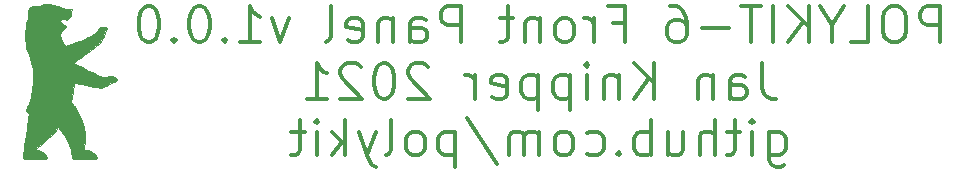
<source format=gbr>
%TF.GenerationSoftware,KiCad,Pcbnew,5.99.0+really5.1.10+dfsg1-1*%
%TF.CreationDate,2021-12-27T14:24:10+01:00*%
%TF.ProjectId,polykit-panel,706f6c79-6b69-4742-9d70-616e656c2e6b,v1.0.0*%
%TF.SameCoordinates,Original*%
%TF.FileFunction,Legend,Bot*%
%TF.FilePolarity,Positive*%
%FSLAX46Y46*%
G04 Gerber Fmt 4.6, Leading zero omitted, Abs format (unit mm)*
G04 Created by KiCad (PCBNEW 5.99.0+really5.1.10+dfsg1-1) date 2021-12-27 14:24:10*
%MOMM*%
%LPD*%
G01*
G04 APERTURE LIST*
%ADD10C,0.300000*%
%ADD11C,0.010000*%
G04 APERTURE END LIST*
D10*
X98857142Y-196557142D02*
X98857142Y-193557142D01*
X97714285Y-193557142D01*
X97428571Y-193700000D01*
X97285714Y-193842857D01*
X97142857Y-194128571D01*
X97142857Y-194557142D01*
X97285714Y-194842857D01*
X97428571Y-194985714D01*
X97714285Y-195128571D01*
X98857142Y-195128571D01*
X95285714Y-193557142D02*
X94714285Y-193557142D01*
X94428571Y-193700000D01*
X94142857Y-193985714D01*
X94000000Y-194557142D01*
X94000000Y-195557142D01*
X94142857Y-196128571D01*
X94428571Y-196414285D01*
X94714285Y-196557142D01*
X95285714Y-196557142D01*
X95571428Y-196414285D01*
X95857142Y-196128571D01*
X96000000Y-195557142D01*
X96000000Y-194557142D01*
X95857142Y-193985714D01*
X95571428Y-193700000D01*
X95285714Y-193557142D01*
X91285714Y-196557142D02*
X92714285Y-196557142D01*
X92714285Y-193557142D01*
X89714285Y-195128571D02*
X89714285Y-196557142D01*
X90714285Y-193557142D02*
X89714285Y-195128571D01*
X88714285Y-193557142D01*
X87714285Y-196557142D02*
X87714285Y-193557142D01*
X86000000Y-196557142D02*
X87285714Y-194842857D01*
X86000000Y-193557142D02*
X87714285Y-195271428D01*
X84714285Y-196557142D02*
X84714285Y-193557142D01*
X83714285Y-193557142D02*
X82000000Y-193557142D01*
X82857142Y-196557142D02*
X82857142Y-193557142D01*
X81000000Y-195414285D02*
X78714285Y-195414285D01*
X76000000Y-193557142D02*
X76571428Y-193557142D01*
X76857142Y-193700000D01*
X77000000Y-193842857D01*
X77285714Y-194271428D01*
X77428571Y-194842857D01*
X77428571Y-195985714D01*
X77285714Y-196271428D01*
X77142857Y-196414285D01*
X76857142Y-196557142D01*
X76285714Y-196557142D01*
X76000000Y-196414285D01*
X75857142Y-196271428D01*
X75714285Y-195985714D01*
X75714285Y-195271428D01*
X75857142Y-194985714D01*
X76000000Y-194842857D01*
X76285714Y-194700000D01*
X76857142Y-194700000D01*
X77142857Y-194842857D01*
X77285714Y-194985714D01*
X77428571Y-195271428D01*
X71142857Y-194985714D02*
X72142857Y-194985714D01*
X72142857Y-196557142D02*
X72142857Y-193557142D01*
X70714285Y-193557142D01*
X69571428Y-196557142D02*
X69571428Y-194557142D01*
X69571428Y-195128571D02*
X69428571Y-194842857D01*
X69285714Y-194700000D01*
X69000000Y-194557142D01*
X68714285Y-194557142D01*
X67285714Y-196557142D02*
X67571428Y-196414285D01*
X67714285Y-196271428D01*
X67857142Y-195985714D01*
X67857142Y-195128571D01*
X67714285Y-194842857D01*
X67571428Y-194700000D01*
X67285714Y-194557142D01*
X66857142Y-194557142D01*
X66571428Y-194700000D01*
X66428571Y-194842857D01*
X66285714Y-195128571D01*
X66285714Y-195985714D01*
X66428571Y-196271428D01*
X66571428Y-196414285D01*
X66857142Y-196557142D01*
X67285714Y-196557142D01*
X65000000Y-194557142D02*
X65000000Y-196557142D01*
X65000000Y-194842857D02*
X64857142Y-194700000D01*
X64571428Y-194557142D01*
X64142857Y-194557142D01*
X63857142Y-194700000D01*
X63714285Y-194985714D01*
X63714285Y-196557142D01*
X62714285Y-194557142D02*
X61571428Y-194557142D01*
X62285714Y-193557142D02*
X62285714Y-196128571D01*
X62142857Y-196414285D01*
X61857142Y-196557142D01*
X61571428Y-196557142D01*
X58285714Y-196557142D02*
X58285714Y-193557142D01*
X57142857Y-193557142D01*
X56857142Y-193700000D01*
X56714285Y-193842857D01*
X56571428Y-194128571D01*
X56571428Y-194557142D01*
X56714285Y-194842857D01*
X56857142Y-194985714D01*
X57142857Y-195128571D01*
X58285714Y-195128571D01*
X54000000Y-196557142D02*
X54000000Y-194985714D01*
X54142857Y-194700000D01*
X54428571Y-194557142D01*
X55000000Y-194557142D01*
X55285714Y-194700000D01*
X54000000Y-196414285D02*
X54285714Y-196557142D01*
X55000000Y-196557142D01*
X55285714Y-196414285D01*
X55428571Y-196128571D01*
X55428571Y-195842857D01*
X55285714Y-195557142D01*
X55000000Y-195414285D01*
X54285714Y-195414285D01*
X54000000Y-195271428D01*
X52571428Y-194557142D02*
X52571428Y-196557142D01*
X52571428Y-194842857D02*
X52428571Y-194700000D01*
X52142857Y-194557142D01*
X51714285Y-194557142D01*
X51428571Y-194700000D01*
X51285714Y-194985714D01*
X51285714Y-196557142D01*
X48714285Y-196414285D02*
X49000000Y-196557142D01*
X49571428Y-196557142D01*
X49857142Y-196414285D01*
X50000000Y-196128571D01*
X50000000Y-194985714D01*
X49857142Y-194700000D01*
X49571428Y-194557142D01*
X49000000Y-194557142D01*
X48714285Y-194700000D01*
X48571428Y-194985714D01*
X48571428Y-195271428D01*
X50000000Y-195557142D01*
X46857142Y-196557142D02*
X47142857Y-196414285D01*
X47285714Y-196128571D01*
X47285714Y-193557142D01*
X43714285Y-194557142D02*
X43000000Y-196557142D01*
X42285714Y-194557142D01*
X39571428Y-196557142D02*
X41285714Y-196557142D01*
X40428571Y-196557142D02*
X40428571Y-193557142D01*
X40714285Y-193985714D01*
X41000000Y-194271428D01*
X41285714Y-194414285D01*
X38285714Y-196271428D02*
X38142857Y-196414285D01*
X38285714Y-196557142D01*
X38428571Y-196414285D01*
X38285714Y-196271428D01*
X38285714Y-196557142D01*
X36285714Y-193557142D02*
X36000000Y-193557142D01*
X35714285Y-193700000D01*
X35571428Y-193842857D01*
X35428571Y-194128571D01*
X35285714Y-194700000D01*
X35285714Y-195414285D01*
X35428571Y-195985714D01*
X35571428Y-196271428D01*
X35714285Y-196414285D01*
X36000000Y-196557142D01*
X36285714Y-196557142D01*
X36571428Y-196414285D01*
X36714285Y-196271428D01*
X36857142Y-195985714D01*
X37000000Y-195414285D01*
X37000000Y-194700000D01*
X36857142Y-194128571D01*
X36714285Y-193842857D01*
X36571428Y-193700000D01*
X36285714Y-193557142D01*
X34000000Y-196271428D02*
X33857142Y-196414285D01*
X34000000Y-196557142D01*
X34142857Y-196414285D01*
X34000000Y-196271428D01*
X34000000Y-196557142D01*
X32000000Y-193557142D02*
X31714285Y-193557142D01*
X31428571Y-193700000D01*
X31285714Y-193842857D01*
X31142857Y-194128571D01*
X31000000Y-194700000D01*
X31000000Y-195414285D01*
X31142857Y-195985714D01*
X31285714Y-196271428D01*
X31428571Y-196414285D01*
X31714285Y-196557142D01*
X32000000Y-196557142D01*
X32285714Y-196414285D01*
X32428571Y-196271428D01*
X32571428Y-195985714D01*
X32714285Y-195414285D01*
X32714285Y-194700000D01*
X32571428Y-194128571D01*
X32428571Y-193842857D01*
X32285714Y-193700000D01*
X32000000Y-193557142D01*
X83785714Y-198357142D02*
X83785714Y-200500000D01*
X83928571Y-200928571D01*
X84214285Y-201214285D01*
X84642857Y-201357142D01*
X84928571Y-201357142D01*
X81071428Y-201357142D02*
X81071428Y-199785714D01*
X81214285Y-199500000D01*
X81500000Y-199357142D01*
X82071428Y-199357142D01*
X82357142Y-199500000D01*
X81071428Y-201214285D02*
X81357142Y-201357142D01*
X82071428Y-201357142D01*
X82357142Y-201214285D01*
X82500000Y-200928571D01*
X82500000Y-200642857D01*
X82357142Y-200357142D01*
X82071428Y-200214285D01*
X81357142Y-200214285D01*
X81071428Y-200071428D01*
X79642857Y-199357142D02*
X79642857Y-201357142D01*
X79642857Y-199642857D02*
X79500000Y-199500000D01*
X79214285Y-199357142D01*
X78785714Y-199357142D01*
X78500000Y-199500000D01*
X78357142Y-199785714D01*
X78357142Y-201357142D01*
X74642857Y-201357142D02*
X74642857Y-198357142D01*
X72928571Y-201357142D02*
X74214285Y-199642857D01*
X72928571Y-198357142D02*
X74642857Y-200071428D01*
X71642857Y-199357142D02*
X71642857Y-201357142D01*
X71642857Y-199642857D02*
X71500000Y-199500000D01*
X71214285Y-199357142D01*
X70785714Y-199357142D01*
X70500000Y-199500000D01*
X70357142Y-199785714D01*
X70357142Y-201357142D01*
X68928571Y-201357142D02*
X68928571Y-199357142D01*
X68928571Y-198357142D02*
X69071428Y-198500000D01*
X68928571Y-198642857D01*
X68785714Y-198500000D01*
X68928571Y-198357142D01*
X68928571Y-198642857D01*
X67500000Y-199357142D02*
X67500000Y-202357142D01*
X67500000Y-199500000D02*
X67214285Y-199357142D01*
X66642857Y-199357142D01*
X66357142Y-199500000D01*
X66214285Y-199642857D01*
X66071428Y-199928571D01*
X66071428Y-200785714D01*
X66214285Y-201071428D01*
X66357142Y-201214285D01*
X66642857Y-201357142D01*
X67214285Y-201357142D01*
X67500000Y-201214285D01*
X64785714Y-199357142D02*
X64785714Y-202357142D01*
X64785714Y-199500000D02*
X64500000Y-199357142D01*
X63928571Y-199357142D01*
X63642857Y-199500000D01*
X63500000Y-199642857D01*
X63357142Y-199928571D01*
X63357142Y-200785714D01*
X63500000Y-201071428D01*
X63642857Y-201214285D01*
X63928571Y-201357142D01*
X64500000Y-201357142D01*
X64785714Y-201214285D01*
X60928571Y-201214285D02*
X61214285Y-201357142D01*
X61785714Y-201357142D01*
X62071428Y-201214285D01*
X62214285Y-200928571D01*
X62214285Y-199785714D01*
X62071428Y-199500000D01*
X61785714Y-199357142D01*
X61214285Y-199357142D01*
X60928571Y-199500000D01*
X60785714Y-199785714D01*
X60785714Y-200071428D01*
X62214285Y-200357142D01*
X59500000Y-201357142D02*
X59500000Y-199357142D01*
X59500000Y-199928571D02*
X59357142Y-199642857D01*
X59214285Y-199500000D01*
X58928571Y-199357142D01*
X58642857Y-199357142D01*
X55500000Y-198642857D02*
X55357142Y-198500000D01*
X55071428Y-198357142D01*
X54357142Y-198357142D01*
X54071428Y-198500000D01*
X53928571Y-198642857D01*
X53785714Y-198928571D01*
X53785714Y-199214285D01*
X53928571Y-199642857D01*
X55642857Y-201357142D01*
X53785714Y-201357142D01*
X51928571Y-198357142D02*
X51642857Y-198357142D01*
X51357142Y-198500000D01*
X51214285Y-198642857D01*
X51071428Y-198928571D01*
X50928571Y-199500000D01*
X50928571Y-200214285D01*
X51071428Y-200785714D01*
X51214285Y-201071428D01*
X51357142Y-201214285D01*
X51642857Y-201357142D01*
X51928571Y-201357142D01*
X52214285Y-201214285D01*
X52357142Y-201071428D01*
X52500000Y-200785714D01*
X52642857Y-200214285D01*
X52642857Y-199500000D01*
X52500000Y-198928571D01*
X52357142Y-198642857D01*
X52214285Y-198500000D01*
X51928571Y-198357142D01*
X49785714Y-198642857D02*
X49642857Y-198500000D01*
X49357142Y-198357142D01*
X48642857Y-198357142D01*
X48357142Y-198500000D01*
X48214285Y-198642857D01*
X48071428Y-198928571D01*
X48071428Y-199214285D01*
X48214285Y-199642857D01*
X49928571Y-201357142D01*
X48071428Y-201357142D01*
X45214285Y-201357142D02*
X46928571Y-201357142D01*
X46071428Y-201357142D02*
X46071428Y-198357142D01*
X46357142Y-198785714D01*
X46642857Y-199071428D01*
X46928571Y-199214285D01*
X84357142Y-204157142D02*
X84357142Y-206585714D01*
X84500000Y-206871428D01*
X84642857Y-207014285D01*
X84928571Y-207157142D01*
X85357142Y-207157142D01*
X85642857Y-207014285D01*
X84357142Y-206014285D02*
X84642857Y-206157142D01*
X85214285Y-206157142D01*
X85500000Y-206014285D01*
X85642857Y-205871428D01*
X85785714Y-205585714D01*
X85785714Y-204728571D01*
X85642857Y-204442857D01*
X85500000Y-204300000D01*
X85214285Y-204157142D01*
X84642857Y-204157142D01*
X84357142Y-204300000D01*
X82928571Y-206157142D02*
X82928571Y-204157142D01*
X82928571Y-203157142D02*
X83071428Y-203300000D01*
X82928571Y-203442857D01*
X82785714Y-203300000D01*
X82928571Y-203157142D01*
X82928571Y-203442857D01*
X81928571Y-204157142D02*
X80785714Y-204157142D01*
X81500000Y-203157142D02*
X81500000Y-205728571D01*
X81357142Y-206014285D01*
X81071428Y-206157142D01*
X80785714Y-206157142D01*
X79785714Y-206157142D02*
X79785714Y-203157142D01*
X78500000Y-206157142D02*
X78500000Y-204585714D01*
X78642857Y-204300000D01*
X78928571Y-204157142D01*
X79357142Y-204157142D01*
X79642857Y-204300000D01*
X79785714Y-204442857D01*
X75785714Y-204157142D02*
X75785714Y-206157142D01*
X77071428Y-204157142D02*
X77071428Y-205728571D01*
X76928571Y-206014285D01*
X76642857Y-206157142D01*
X76214285Y-206157142D01*
X75928571Y-206014285D01*
X75785714Y-205871428D01*
X74357142Y-206157142D02*
X74357142Y-203157142D01*
X74357142Y-204300000D02*
X74071428Y-204157142D01*
X73500000Y-204157142D01*
X73214285Y-204300000D01*
X73071428Y-204442857D01*
X72928571Y-204728571D01*
X72928571Y-205585714D01*
X73071428Y-205871428D01*
X73214285Y-206014285D01*
X73500000Y-206157142D01*
X74071428Y-206157142D01*
X74357142Y-206014285D01*
X71642857Y-205871428D02*
X71500000Y-206014285D01*
X71642857Y-206157142D01*
X71785714Y-206014285D01*
X71642857Y-205871428D01*
X71642857Y-206157142D01*
X68928571Y-206014285D02*
X69214285Y-206157142D01*
X69785714Y-206157142D01*
X70071428Y-206014285D01*
X70214285Y-205871428D01*
X70357142Y-205585714D01*
X70357142Y-204728571D01*
X70214285Y-204442857D01*
X70071428Y-204300000D01*
X69785714Y-204157142D01*
X69214285Y-204157142D01*
X68928571Y-204300000D01*
X67214285Y-206157142D02*
X67500000Y-206014285D01*
X67642857Y-205871428D01*
X67785714Y-205585714D01*
X67785714Y-204728571D01*
X67642857Y-204442857D01*
X67500000Y-204300000D01*
X67214285Y-204157142D01*
X66785714Y-204157142D01*
X66500000Y-204300000D01*
X66357142Y-204442857D01*
X66214285Y-204728571D01*
X66214285Y-205585714D01*
X66357142Y-205871428D01*
X66500000Y-206014285D01*
X66785714Y-206157142D01*
X67214285Y-206157142D01*
X64928571Y-206157142D02*
X64928571Y-204157142D01*
X64928571Y-204442857D02*
X64785714Y-204300000D01*
X64500000Y-204157142D01*
X64071428Y-204157142D01*
X63785714Y-204300000D01*
X63642857Y-204585714D01*
X63642857Y-206157142D01*
X63642857Y-204585714D02*
X63500000Y-204300000D01*
X63214285Y-204157142D01*
X62785714Y-204157142D01*
X62500000Y-204300000D01*
X62357142Y-204585714D01*
X62357142Y-206157142D01*
X58785714Y-203014285D02*
X61357142Y-206871428D01*
X57785714Y-204157142D02*
X57785714Y-207157142D01*
X57785714Y-204300000D02*
X57500000Y-204157142D01*
X56928571Y-204157142D01*
X56642857Y-204300000D01*
X56500000Y-204442857D01*
X56357142Y-204728571D01*
X56357142Y-205585714D01*
X56500000Y-205871428D01*
X56642857Y-206014285D01*
X56928571Y-206157142D01*
X57500000Y-206157142D01*
X57785714Y-206014285D01*
X54642857Y-206157142D02*
X54928571Y-206014285D01*
X55071428Y-205871428D01*
X55214285Y-205585714D01*
X55214285Y-204728571D01*
X55071428Y-204442857D01*
X54928571Y-204300000D01*
X54642857Y-204157142D01*
X54214285Y-204157142D01*
X53928571Y-204300000D01*
X53785714Y-204442857D01*
X53642857Y-204728571D01*
X53642857Y-205585714D01*
X53785714Y-205871428D01*
X53928571Y-206014285D01*
X54214285Y-206157142D01*
X54642857Y-206157142D01*
X51928571Y-206157142D02*
X52214285Y-206014285D01*
X52357142Y-205728571D01*
X52357142Y-203157142D01*
X51071428Y-204157142D02*
X50357142Y-206157142D01*
X49642857Y-204157142D02*
X50357142Y-206157142D01*
X50642857Y-206871428D01*
X50785714Y-207014285D01*
X51071428Y-207157142D01*
X48500000Y-206157142D02*
X48500000Y-203157142D01*
X48214285Y-205014285D02*
X47357142Y-206157142D01*
X47357142Y-204157142D02*
X48500000Y-205300000D01*
X46071428Y-206157142D02*
X46071428Y-204157142D01*
X46071428Y-203157142D02*
X46214285Y-203300000D01*
X46071428Y-203442857D01*
X45928571Y-203300000D01*
X46071428Y-203157142D01*
X46071428Y-203442857D01*
X45071428Y-204157142D02*
X43928571Y-204157142D01*
X44642857Y-203157142D02*
X44642857Y-205728571D01*
X44500000Y-206014285D01*
X44214285Y-206157142D01*
X43928571Y-206157142D01*
D11*
%TO.C,G\u002A\u002A\u002A*%
G36*
X22764713Y-193414797D02*
G01*
X22606444Y-193477035D01*
X22426614Y-193547263D01*
X22269850Y-193534098D01*
X22235459Y-193522128D01*
X22020235Y-193498189D01*
X21827919Y-193575652D01*
X21682274Y-193728921D01*
X21607064Y-193932401D01*
X21626051Y-194160496D01*
X21630481Y-194173763D01*
X21661708Y-194307606D01*
X21653595Y-194454113D01*
X21601167Y-194654500D01*
X21556161Y-194789570D01*
X21493133Y-194992468D01*
X21451247Y-195190666D01*
X21426555Y-195418377D01*
X21415107Y-195709811D01*
X21412839Y-196031250D01*
X21414756Y-196375995D01*
X21424472Y-196634252D01*
X21448797Y-196846529D01*
X21494540Y-197053334D01*
X21568509Y-197295174D01*
X21677514Y-197612559D01*
X21679677Y-197618750D01*
X21790415Y-197950960D01*
X21890861Y-198279939D01*
X21969425Y-198566035D01*
X22012463Y-198757537D01*
X22074885Y-199349716D01*
X22069420Y-199991214D01*
X22000650Y-200642512D01*
X21873159Y-201264094D01*
X21691529Y-201816443D01*
X21645274Y-201923615D01*
X21546768Y-202144802D01*
X21496993Y-202282012D01*
X21491889Y-202366772D01*
X21527398Y-202430615D01*
X21573741Y-202479240D01*
X21666875Y-202598338D01*
X21699754Y-202682875D01*
X21690924Y-202764272D01*
X21665122Y-202954284D01*
X21624805Y-203236018D01*
X21572428Y-203592584D01*
X21510448Y-204007091D01*
X21441321Y-204462648D01*
X21433899Y-204511186D01*
X21365468Y-204971651D01*
X21306482Y-205394512D01*
X21259039Y-205762535D01*
X21225234Y-206058487D01*
X21207166Y-206265133D01*
X21206931Y-206365241D01*
X21207903Y-206368561D01*
X21236574Y-206410097D01*
X21298210Y-206439582D01*
X21411767Y-206459014D01*
X21596201Y-206470395D01*
X21870468Y-206475722D01*
X22235758Y-206477000D01*
X22610618Y-206475909D01*
X22876819Y-206471240D01*
X23052691Y-206460894D01*
X23156566Y-206442773D01*
X23206775Y-206414780D01*
X23221650Y-206374815D01*
X23222000Y-206364129D01*
X23161055Y-206150528D01*
X22983344Y-205968282D01*
X22696555Y-205823439D01*
X22439645Y-205748593D01*
X22133539Y-205678781D01*
X22476330Y-205442692D01*
X22718781Y-205257396D01*
X23011784Y-205006025D01*
X23323123Y-204718830D01*
X23620579Y-204426057D01*
X23871934Y-204157955D01*
X23978633Y-204032250D01*
X24182969Y-203778250D01*
X24435092Y-204064000D01*
X24687414Y-204407790D01*
X24920958Y-204832210D01*
X25113019Y-205290951D01*
X25229000Y-205683250D01*
X25286899Y-205930034D01*
X25340252Y-206147391D01*
X25377022Y-206286500D01*
X25423200Y-206445250D01*
X26449850Y-206462697D01*
X26886276Y-206466401D01*
X27199895Y-206460420D01*
X27394547Y-206444564D01*
X27474069Y-206418644D01*
X27476500Y-206411919D01*
X27418048Y-206209832D01*
X27261928Y-206018030D01*
X27036999Y-205857778D01*
X26772118Y-205750344D01*
X26532668Y-205716394D01*
X26389569Y-205706790D01*
X26340822Y-205655001D01*
X26353833Y-205522622D01*
X26356345Y-205508625D01*
X26428902Y-204937412D01*
X26442943Y-204378901D01*
X26398165Y-203875603D01*
X26369115Y-203722939D01*
X26238447Y-203280734D01*
X26047054Y-202820645D01*
X25816550Y-202387055D01*
X25568549Y-202024346D01*
X25504825Y-201948213D01*
X25245181Y-201653242D01*
X25343135Y-201159996D01*
X25398006Y-200866687D01*
X25448214Y-200569234D01*
X25483011Y-200331373D01*
X25483346Y-200328699D01*
X25511471Y-200134645D01*
X25545499Y-200039513D01*
X25604648Y-200015927D01*
X25691426Y-200032283D01*
X25914886Y-200084342D01*
X26205928Y-200146398D01*
X26537658Y-200213371D01*
X26883185Y-200280183D01*
X27215616Y-200341757D01*
X27508057Y-200393015D01*
X27733617Y-200428877D01*
X27865402Y-200444267D01*
X27874464Y-200444500D01*
X27995913Y-200412967D01*
X28191111Y-200329885D01*
X28428229Y-200212526D01*
X28675439Y-200078165D01*
X28900911Y-199944073D01*
X29072816Y-199827524D01*
X29158079Y-199747895D01*
X29136531Y-199676521D01*
X29039308Y-199572696D01*
X29016981Y-199554392D01*
X28920130Y-199488246D01*
X28817277Y-199452202D01*
X28680416Y-199445565D01*
X28481539Y-199467644D01*
X28192638Y-199517748D01*
X28116000Y-199532126D01*
X28029071Y-199539707D01*
X27925577Y-199526249D01*
X27788745Y-199485176D01*
X27601799Y-199409914D01*
X27347967Y-199293888D01*
X27010475Y-199130524D01*
X26703125Y-198978337D01*
X26347880Y-198799691D01*
X26034647Y-198638707D01*
X25780097Y-198504242D01*
X25600902Y-198405150D01*
X25513735Y-198350288D01*
X25508000Y-198343525D01*
X25556354Y-198295221D01*
X25691751Y-198182162D01*
X25899692Y-198015873D01*
X26165680Y-197807878D01*
X26475217Y-197569701D01*
X26623997Y-197456396D01*
X27739994Y-196609164D01*
X28020997Y-196031528D01*
X28139635Y-195780464D01*
X28233505Y-195568128D01*
X28290486Y-195422736D01*
X28302000Y-195377446D01*
X28241975Y-195325939D01*
X28071164Y-195302187D01*
X28007278Y-195301000D01*
X27805181Y-195315277D01*
X27666666Y-195376037D01*
X27532278Y-195507375D01*
X27365845Y-195697107D01*
X27195701Y-195889940D01*
X27176125Y-195912026D01*
X27082497Y-195997632D01*
X26944701Y-196085510D01*
X26745160Y-196184036D01*
X26466301Y-196301584D01*
X26090548Y-196446528D01*
X25924973Y-196508212D01*
X24849696Y-196906121D01*
X24699115Y-196722685D01*
X24515073Y-196462335D01*
X24382036Y-196202040D01*
X24316101Y-195976758D01*
X24313623Y-195885501D01*
X24385837Y-195724566D01*
X24571547Y-195558533D01*
X24603125Y-195536879D01*
X24794437Y-195385384D01*
X24864013Y-195268256D01*
X24812123Y-195184594D01*
X24718691Y-195149038D01*
X24511585Y-195048363D01*
X24388096Y-194885773D01*
X24365000Y-194766497D01*
X24383280Y-194668640D01*
X24462735Y-194633818D01*
X24578770Y-194635044D01*
X24748592Y-194657318D01*
X24865803Y-194693381D01*
X24868745Y-194695120D01*
X24965319Y-194684882D01*
X25089060Y-194558971D01*
X25184199Y-194412000D01*
X25229245Y-194290765D01*
X25273189Y-194107032D01*
X25283020Y-194052426D01*
X25326788Y-193788103D01*
X24893519Y-193744400D01*
X24519502Y-193676138D01*
X24168834Y-193558828D01*
X24111000Y-193532474D01*
X23795948Y-193423445D01*
X23437925Y-193366435D01*
X23079868Y-193363025D01*
X22764713Y-193414797D01*
G37*
X22764713Y-193414797D02*
X22606444Y-193477035D01*
X22426614Y-193547263D01*
X22269850Y-193534098D01*
X22235459Y-193522128D01*
X22020235Y-193498189D01*
X21827919Y-193575652D01*
X21682274Y-193728921D01*
X21607064Y-193932401D01*
X21626051Y-194160496D01*
X21630481Y-194173763D01*
X21661708Y-194307606D01*
X21653595Y-194454113D01*
X21601167Y-194654500D01*
X21556161Y-194789570D01*
X21493133Y-194992468D01*
X21451247Y-195190666D01*
X21426555Y-195418377D01*
X21415107Y-195709811D01*
X21412839Y-196031250D01*
X21414756Y-196375995D01*
X21424472Y-196634252D01*
X21448797Y-196846529D01*
X21494540Y-197053334D01*
X21568509Y-197295174D01*
X21677514Y-197612559D01*
X21679677Y-197618750D01*
X21790415Y-197950960D01*
X21890861Y-198279939D01*
X21969425Y-198566035D01*
X22012463Y-198757537D01*
X22074885Y-199349716D01*
X22069420Y-199991214D01*
X22000650Y-200642512D01*
X21873159Y-201264094D01*
X21691529Y-201816443D01*
X21645274Y-201923615D01*
X21546768Y-202144802D01*
X21496993Y-202282012D01*
X21491889Y-202366772D01*
X21527398Y-202430615D01*
X21573741Y-202479240D01*
X21666875Y-202598338D01*
X21699754Y-202682875D01*
X21690924Y-202764272D01*
X21665122Y-202954284D01*
X21624805Y-203236018D01*
X21572428Y-203592584D01*
X21510448Y-204007091D01*
X21441321Y-204462648D01*
X21433899Y-204511186D01*
X21365468Y-204971651D01*
X21306482Y-205394512D01*
X21259039Y-205762535D01*
X21225234Y-206058487D01*
X21207166Y-206265133D01*
X21206931Y-206365241D01*
X21207903Y-206368561D01*
X21236574Y-206410097D01*
X21298210Y-206439582D01*
X21411767Y-206459014D01*
X21596201Y-206470395D01*
X21870468Y-206475722D01*
X22235758Y-206477000D01*
X22610618Y-206475909D01*
X22876819Y-206471240D01*
X23052691Y-206460894D01*
X23156566Y-206442773D01*
X23206775Y-206414780D01*
X23221650Y-206374815D01*
X23222000Y-206364129D01*
X23161055Y-206150528D01*
X22983344Y-205968282D01*
X22696555Y-205823439D01*
X22439645Y-205748593D01*
X22133539Y-205678781D01*
X22476330Y-205442692D01*
X22718781Y-205257396D01*
X23011784Y-205006025D01*
X23323123Y-204718830D01*
X23620579Y-204426057D01*
X23871934Y-204157955D01*
X23978633Y-204032250D01*
X24182969Y-203778250D01*
X24435092Y-204064000D01*
X24687414Y-204407790D01*
X24920958Y-204832210D01*
X25113019Y-205290951D01*
X25229000Y-205683250D01*
X25286899Y-205930034D01*
X25340252Y-206147391D01*
X25377022Y-206286500D01*
X25423200Y-206445250D01*
X26449850Y-206462697D01*
X26886276Y-206466401D01*
X27199895Y-206460420D01*
X27394547Y-206444564D01*
X27474069Y-206418644D01*
X27476500Y-206411919D01*
X27418048Y-206209832D01*
X27261928Y-206018030D01*
X27036999Y-205857778D01*
X26772118Y-205750344D01*
X26532668Y-205716394D01*
X26389569Y-205706790D01*
X26340822Y-205655001D01*
X26353833Y-205522622D01*
X26356345Y-205508625D01*
X26428902Y-204937412D01*
X26442943Y-204378901D01*
X26398165Y-203875603D01*
X26369115Y-203722939D01*
X26238447Y-203280734D01*
X26047054Y-202820645D01*
X25816550Y-202387055D01*
X25568549Y-202024346D01*
X25504825Y-201948213D01*
X25245181Y-201653242D01*
X25343135Y-201159996D01*
X25398006Y-200866687D01*
X25448214Y-200569234D01*
X25483011Y-200331373D01*
X25483346Y-200328699D01*
X25511471Y-200134645D01*
X25545499Y-200039513D01*
X25604648Y-200015927D01*
X25691426Y-200032283D01*
X25914886Y-200084342D01*
X26205928Y-200146398D01*
X26537658Y-200213371D01*
X26883185Y-200280183D01*
X27215616Y-200341757D01*
X27508057Y-200393015D01*
X27733617Y-200428877D01*
X27865402Y-200444267D01*
X27874464Y-200444500D01*
X27995913Y-200412967D01*
X28191111Y-200329885D01*
X28428229Y-200212526D01*
X28675439Y-200078165D01*
X28900911Y-199944073D01*
X29072816Y-199827524D01*
X29158079Y-199747895D01*
X29136531Y-199676521D01*
X29039308Y-199572696D01*
X29016981Y-199554392D01*
X28920130Y-199488246D01*
X28817277Y-199452202D01*
X28680416Y-199445565D01*
X28481539Y-199467644D01*
X28192638Y-199517748D01*
X28116000Y-199532126D01*
X28029071Y-199539707D01*
X27925577Y-199526249D01*
X27788745Y-199485176D01*
X27601799Y-199409914D01*
X27347967Y-199293888D01*
X27010475Y-199130524D01*
X26703125Y-198978337D01*
X26347880Y-198799691D01*
X26034647Y-198638707D01*
X25780097Y-198504242D01*
X25600902Y-198405150D01*
X25513735Y-198350288D01*
X25508000Y-198343525D01*
X25556354Y-198295221D01*
X25691751Y-198182162D01*
X25899692Y-198015873D01*
X26165680Y-197807878D01*
X26475217Y-197569701D01*
X26623997Y-197456396D01*
X27739994Y-196609164D01*
X28020997Y-196031528D01*
X28139635Y-195780464D01*
X28233505Y-195568128D01*
X28290486Y-195422736D01*
X28302000Y-195377446D01*
X28241975Y-195325939D01*
X28071164Y-195302187D01*
X28007278Y-195301000D01*
X27805181Y-195315277D01*
X27666666Y-195376037D01*
X27532278Y-195507375D01*
X27365845Y-195697107D01*
X27195701Y-195889940D01*
X27176125Y-195912026D01*
X27082497Y-195997632D01*
X26944701Y-196085510D01*
X26745160Y-196184036D01*
X26466301Y-196301584D01*
X26090548Y-196446528D01*
X25924973Y-196508212D01*
X24849696Y-196906121D01*
X24699115Y-196722685D01*
X24515073Y-196462335D01*
X24382036Y-196202040D01*
X24316101Y-195976758D01*
X24313623Y-195885501D01*
X24385837Y-195724566D01*
X24571547Y-195558533D01*
X24603125Y-195536879D01*
X24794437Y-195385384D01*
X24864013Y-195268256D01*
X24812123Y-195184594D01*
X24718691Y-195149038D01*
X24511585Y-195048363D01*
X24388096Y-194885773D01*
X24365000Y-194766497D01*
X24383280Y-194668640D01*
X24462735Y-194633818D01*
X24578770Y-194635044D01*
X24748592Y-194657318D01*
X24865803Y-194693381D01*
X24868745Y-194695120D01*
X24965319Y-194684882D01*
X25089060Y-194558971D01*
X25184199Y-194412000D01*
X25229245Y-194290765D01*
X25273189Y-194107032D01*
X25283020Y-194052426D01*
X25326788Y-193788103D01*
X24893519Y-193744400D01*
X24519502Y-193676138D01*
X24168834Y-193558828D01*
X24111000Y-193532474D01*
X23795948Y-193423445D01*
X23437925Y-193366435D01*
X23079868Y-193363025D01*
X22764713Y-193414797D01*
%TD*%
M02*

</source>
